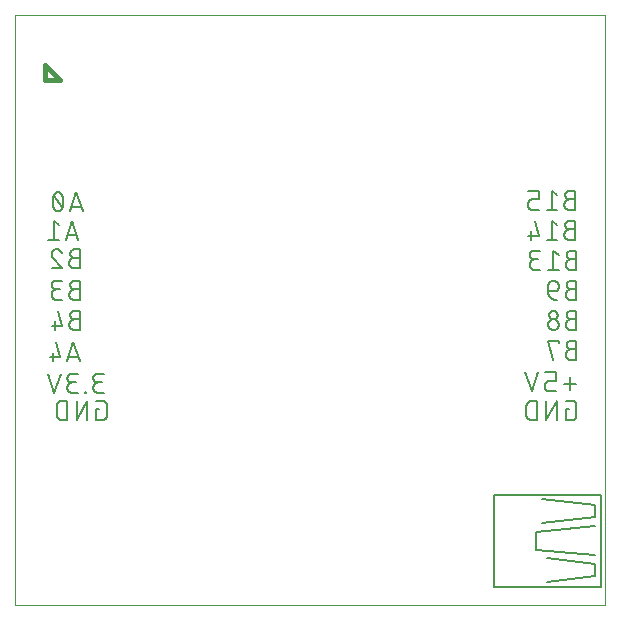
<source format=gbo>
G75*
%MOIN*%
%OFA0B0*%
%FSLAX25Y25*%
%IPPOS*%
%LPD*%
%AMOC8*
5,1,8,0,0,1.08239X$1,22.5*
%
%ADD10C,0.00000*%
%ADD11C,0.01600*%
%ADD12C,0.00600*%
%ADD13C,0.00500*%
D10*
X0005500Y0007548D02*
X0005500Y0204398D01*
X0202350Y0204398D01*
X0202350Y0007548D01*
X0005500Y0007548D01*
D11*
X0015500Y0182548D02*
X0015500Y0187548D01*
X0020500Y0182548D01*
X0015500Y0182548D01*
D12*
X0026067Y0145248D02*
X0023933Y0138848D01*
X0024467Y0140448D02*
X0027667Y0140448D01*
X0028200Y0138848D02*
X0026067Y0145248D01*
X0018135Y0142048D02*
X0018137Y0141907D01*
X0018143Y0141767D01*
X0018152Y0141626D01*
X0018165Y0141486D01*
X0018182Y0141346D01*
X0018202Y0141207D01*
X0018227Y0141069D01*
X0018255Y0140931D01*
X0018286Y0140794D01*
X0018322Y0140657D01*
X0018361Y0140522D01*
X0018403Y0140388D01*
X0018449Y0140255D01*
X0018499Y0140123D01*
X0018552Y0139993D01*
X0018608Y0139864D01*
X0018668Y0139737D01*
X0019913Y0138848D02*
X0019984Y0138850D01*
X0020055Y0138856D01*
X0020125Y0138865D01*
X0020195Y0138879D01*
X0020264Y0138896D01*
X0020331Y0138916D01*
X0020398Y0138941D01*
X0020463Y0138969D01*
X0020527Y0139000D01*
X0020589Y0139035D01*
X0020649Y0139073D01*
X0020707Y0139114D01*
X0020762Y0139158D01*
X0020815Y0139206D01*
X0020865Y0139256D01*
X0020913Y0139308D01*
X0020958Y0139363D01*
X0020999Y0139421D01*
X0021038Y0139481D01*
X0021073Y0139542D01*
X0021105Y0139606D01*
X0021133Y0139671D01*
X0021158Y0139737D01*
X0021335Y0140270D02*
X0018490Y0143826D01*
X0018668Y0144359D02*
X0018693Y0144425D01*
X0018721Y0144490D01*
X0018753Y0144554D01*
X0018788Y0144615D01*
X0018827Y0144675D01*
X0018868Y0144733D01*
X0018913Y0144788D01*
X0018961Y0144840D01*
X0019011Y0144890D01*
X0019064Y0144938D01*
X0019120Y0144982D01*
X0019177Y0145023D01*
X0019237Y0145061D01*
X0019299Y0145096D01*
X0019363Y0145127D01*
X0019428Y0145155D01*
X0019495Y0145180D01*
X0019562Y0145200D01*
X0019631Y0145217D01*
X0019701Y0145231D01*
X0019771Y0145240D01*
X0019842Y0145246D01*
X0019913Y0145248D01*
X0019984Y0145246D01*
X0020055Y0145240D01*
X0020125Y0145231D01*
X0020195Y0145217D01*
X0020264Y0145200D01*
X0020331Y0145180D01*
X0020398Y0145155D01*
X0020463Y0145127D01*
X0020527Y0145096D01*
X0020589Y0145061D01*
X0020649Y0145023D01*
X0020707Y0144982D01*
X0020762Y0144938D01*
X0020815Y0144890D01*
X0020865Y0144840D01*
X0020913Y0144788D01*
X0020958Y0144733D01*
X0020999Y0144675D01*
X0021038Y0144615D01*
X0021073Y0144554D01*
X0021105Y0144490D01*
X0021133Y0144425D01*
X0021158Y0144359D01*
X0018668Y0144359D02*
X0018608Y0144232D01*
X0018552Y0144103D01*
X0018499Y0143973D01*
X0018449Y0143841D01*
X0018403Y0143708D01*
X0018361Y0143574D01*
X0018322Y0143439D01*
X0018286Y0143302D01*
X0018255Y0143165D01*
X0018227Y0143027D01*
X0018202Y0142889D01*
X0018182Y0142750D01*
X0018165Y0142610D01*
X0018152Y0142470D01*
X0018143Y0142329D01*
X0018137Y0142189D01*
X0018135Y0142048D01*
X0021690Y0142048D02*
X0021688Y0142189D01*
X0021682Y0142329D01*
X0021673Y0142470D01*
X0021660Y0142610D01*
X0021643Y0142750D01*
X0021623Y0142889D01*
X0021598Y0143027D01*
X0021570Y0143165D01*
X0021539Y0143302D01*
X0021503Y0143439D01*
X0021464Y0143574D01*
X0021422Y0143708D01*
X0021376Y0143841D01*
X0021326Y0143973D01*
X0021273Y0144103D01*
X0021217Y0144232D01*
X0021157Y0144359D01*
X0018668Y0139737D02*
X0018693Y0139671D01*
X0018721Y0139606D01*
X0018753Y0139542D01*
X0018788Y0139481D01*
X0018827Y0139421D01*
X0018868Y0139363D01*
X0018913Y0139308D01*
X0018961Y0139256D01*
X0019011Y0139206D01*
X0019064Y0139158D01*
X0019120Y0139114D01*
X0019177Y0139073D01*
X0019237Y0139035D01*
X0019299Y0139000D01*
X0019363Y0138969D01*
X0019428Y0138941D01*
X0019495Y0138916D01*
X0019562Y0138896D01*
X0019631Y0138879D01*
X0019701Y0138865D01*
X0019771Y0138856D01*
X0019842Y0138850D01*
X0019913Y0138848D01*
X0018413Y0135748D02*
X0018413Y0129348D01*
X0020190Y0129348D02*
X0016635Y0129348D01*
X0019379Y0126248D02*
X0019300Y0126246D01*
X0019222Y0126240D01*
X0019144Y0126231D01*
X0019067Y0126217D01*
X0018990Y0126200D01*
X0018915Y0126179D01*
X0018840Y0126154D01*
X0018767Y0126126D01*
X0018695Y0126094D01*
X0018625Y0126059D01*
X0018556Y0126020D01*
X0018490Y0125978D01*
X0018426Y0125933D01*
X0018364Y0125885D01*
X0018305Y0125834D01*
X0018248Y0125779D01*
X0018193Y0125722D01*
X0018142Y0125663D01*
X0018094Y0125601D01*
X0018049Y0125537D01*
X0018007Y0125471D01*
X0017968Y0125402D01*
X0017933Y0125332D01*
X0017901Y0125260D01*
X0017873Y0125187D01*
X0017848Y0125112D01*
X0017827Y0125037D01*
X0017810Y0124960D01*
X0017796Y0124883D01*
X0017787Y0124805D01*
X0017781Y0124727D01*
X0017779Y0124648D01*
X0018312Y0123404D02*
X0021334Y0119848D01*
X0017779Y0119848D01*
X0019201Y0115748D02*
X0021334Y0115748D01*
X0019201Y0115748D02*
X0019127Y0115746D01*
X0019052Y0115740D01*
X0018979Y0115730D01*
X0018905Y0115717D01*
X0018833Y0115700D01*
X0018762Y0115678D01*
X0018691Y0115654D01*
X0018623Y0115625D01*
X0018555Y0115593D01*
X0018490Y0115557D01*
X0018427Y0115519D01*
X0018365Y0115476D01*
X0018306Y0115431D01*
X0018249Y0115383D01*
X0018195Y0115332D01*
X0018144Y0115278D01*
X0018096Y0115221D01*
X0018051Y0115162D01*
X0018008Y0115100D01*
X0017970Y0115037D01*
X0017934Y0114972D01*
X0017902Y0114904D01*
X0017873Y0114836D01*
X0017849Y0114765D01*
X0017827Y0114694D01*
X0017810Y0114622D01*
X0017797Y0114548D01*
X0017787Y0114475D01*
X0017781Y0114400D01*
X0017779Y0114326D01*
X0017781Y0114252D01*
X0017787Y0114177D01*
X0017797Y0114104D01*
X0017810Y0114030D01*
X0017827Y0113958D01*
X0017849Y0113887D01*
X0017873Y0113816D01*
X0017902Y0113748D01*
X0017934Y0113680D01*
X0017970Y0113615D01*
X0018008Y0113552D01*
X0018051Y0113490D01*
X0018096Y0113431D01*
X0018144Y0113374D01*
X0018195Y0113320D01*
X0018249Y0113269D01*
X0018306Y0113221D01*
X0018365Y0113176D01*
X0018427Y0113133D01*
X0018490Y0113095D01*
X0018555Y0113059D01*
X0018623Y0113027D01*
X0018691Y0112998D01*
X0018762Y0112974D01*
X0018833Y0112952D01*
X0018905Y0112935D01*
X0018979Y0112922D01*
X0019052Y0112912D01*
X0019127Y0112906D01*
X0019201Y0112904D01*
X0020623Y0112904D01*
X0019556Y0112904D02*
X0019473Y0112902D01*
X0019390Y0112896D01*
X0019307Y0112886D01*
X0019224Y0112873D01*
X0019143Y0112855D01*
X0019062Y0112834D01*
X0018983Y0112809D01*
X0018905Y0112780D01*
X0018828Y0112748D01*
X0018753Y0112712D01*
X0018679Y0112673D01*
X0018608Y0112630D01*
X0018538Y0112584D01*
X0018471Y0112534D01*
X0018406Y0112482D01*
X0018344Y0112427D01*
X0018284Y0112368D01*
X0018227Y0112307D01*
X0018173Y0112244D01*
X0018122Y0112178D01*
X0018075Y0112109D01*
X0018030Y0112039D01*
X0017989Y0111966D01*
X0017952Y0111892D01*
X0017917Y0111816D01*
X0017887Y0111738D01*
X0017860Y0111660D01*
X0017837Y0111579D01*
X0017817Y0111498D01*
X0017802Y0111416D01*
X0017790Y0111334D01*
X0017782Y0111251D01*
X0017778Y0111168D01*
X0017778Y0111084D01*
X0017782Y0111001D01*
X0017790Y0110918D01*
X0017802Y0110836D01*
X0017817Y0110754D01*
X0017837Y0110673D01*
X0017860Y0110592D01*
X0017887Y0110514D01*
X0017917Y0110436D01*
X0017952Y0110360D01*
X0017989Y0110286D01*
X0018030Y0110213D01*
X0018075Y0110143D01*
X0018122Y0110074D01*
X0018173Y0110008D01*
X0018227Y0109945D01*
X0018284Y0109884D01*
X0018344Y0109825D01*
X0018406Y0109770D01*
X0018471Y0109718D01*
X0018538Y0109668D01*
X0018608Y0109622D01*
X0018679Y0109579D01*
X0018753Y0109540D01*
X0018828Y0109504D01*
X0018905Y0109472D01*
X0018983Y0109443D01*
X0019062Y0109418D01*
X0019143Y0109397D01*
X0019224Y0109379D01*
X0019307Y0109366D01*
X0019390Y0109356D01*
X0019473Y0109350D01*
X0019556Y0109348D01*
X0021334Y0109348D01*
X0019912Y0105748D02*
X0021334Y0100770D01*
X0017779Y0100770D01*
X0018845Y0102192D02*
X0018845Y0099348D01*
X0019268Y0095248D02*
X0020690Y0090270D01*
X0017135Y0090270D01*
X0018202Y0091692D02*
X0018202Y0088848D01*
X0016519Y0084748D02*
X0018653Y0078348D01*
X0020786Y0084748D01*
X0024451Y0084748D02*
X0026584Y0084748D01*
X0024451Y0084748D02*
X0024377Y0084746D01*
X0024302Y0084740D01*
X0024229Y0084730D01*
X0024155Y0084717D01*
X0024083Y0084700D01*
X0024012Y0084678D01*
X0023941Y0084654D01*
X0023873Y0084625D01*
X0023805Y0084593D01*
X0023740Y0084557D01*
X0023677Y0084519D01*
X0023615Y0084476D01*
X0023556Y0084431D01*
X0023499Y0084383D01*
X0023445Y0084332D01*
X0023394Y0084278D01*
X0023346Y0084221D01*
X0023301Y0084162D01*
X0023258Y0084100D01*
X0023220Y0084037D01*
X0023184Y0083972D01*
X0023152Y0083904D01*
X0023123Y0083836D01*
X0023099Y0083765D01*
X0023077Y0083694D01*
X0023060Y0083622D01*
X0023047Y0083548D01*
X0023037Y0083475D01*
X0023031Y0083400D01*
X0023029Y0083326D01*
X0023031Y0083252D01*
X0023037Y0083177D01*
X0023047Y0083104D01*
X0023060Y0083030D01*
X0023077Y0082958D01*
X0023099Y0082887D01*
X0023123Y0082816D01*
X0023152Y0082748D01*
X0023184Y0082680D01*
X0023220Y0082615D01*
X0023258Y0082552D01*
X0023301Y0082490D01*
X0023346Y0082431D01*
X0023394Y0082374D01*
X0023445Y0082320D01*
X0023499Y0082269D01*
X0023556Y0082221D01*
X0023615Y0082176D01*
X0023677Y0082133D01*
X0023740Y0082095D01*
X0023805Y0082059D01*
X0023873Y0082027D01*
X0023941Y0081998D01*
X0024012Y0081974D01*
X0024083Y0081952D01*
X0024155Y0081935D01*
X0024229Y0081922D01*
X0024302Y0081912D01*
X0024377Y0081906D01*
X0024451Y0081904D01*
X0025873Y0081904D01*
X0024807Y0081904D02*
X0024724Y0081902D01*
X0024641Y0081896D01*
X0024558Y0081886D01*
X0024475Y0081873D01*
X0024394Y0081855D01*
X0024313Y0081834D01*
X0024234Y0081809D01*
X0024156Y0081780D01*
X0024079Y0081748D01*
X0024004Y0081712D01*
X0023930Y0081673D01*
X0023859Y0081630D01*
X0023789Y0081584D01*
X0023722Y0081534D01*
X0023657Y0081482D01*
X0023595Y0081427D01*
X0023535Y0081368D01*
X0023478Y0081307D01*
X0023424Y0081244D01*
X0023373Y0081178D01*
X0023326Y0081109D01*
X0023281Y0081039D01*
X0023240Y0080966D01*
X0023203Y0080892D01*
X0023168Y0080816D01*
X0023138Y0080738D01*
X0023111Y0080660D01*
X0023088Y0080579D01*
X0023068Y0080498D01*
X0023053Y0080416D01*
X0023041Y0080334D01*
X0023033Y0080251D01*
X0023029Y0080168D01*
X0023029Y0080084D01*
X0023033Y0080001D01*
X0023041Y0079918D01*
X0023053Y0079836D01*
X0023068Y0079754D01*
X0023088Y0079673D01*
X0023111Y0079592D01*
X0023138Y0079514D01*
X0023168Y0079436D01*
X0023203Y0079360D01*
X0023240Y0079286D01*
X0023281Y0079213D01*
X0023326Y0079143D01*
X0023373Y0079074D01*
X0023424Y0079008D01*
X0023478Y0078945D01*
X0023535Y0078884D01*
X0023595Y0078825D01*
X0023657Y0078770D01*
X0023722Y0078718D01*
X0023789Y0078668D01*
X0023859Y0078622D01*
X0023930Y0078579D01*
X0024004Y0078540D01*
X0024079Y0078504D01*
X0024156Y0078472D01*
X0024234Y0078443D01*
X0024313Y0078418D01*
X0024394Y0078397D01*
X0024475Y0078379D01*
X0024558Y0078366D01*
X0024641Y0078356D01*
X0024724Y0078350D01*
X0024807Y0078348D01*
X0026584Y0078348D01*
X0028937Y0078348D02*
X0029292Y0078348D01*
X0029292Y0078704D01*
X0028937Y0078704D01*
X0028937Y0078348D01*
X0029636Y0075748D02*
X0026080Y0069348D01*
X0026080Y0075748D01*
X0023071Y0075748D02*
X0021294Y0075748D01*
X0023071Y0075748D02*
X0023071Y0069348D01*
X0021294Y0069348D01*
X0021212Y0069350D01*
X0021130Y0069356D01*
X0021048Y0069365D01*
X0020967Y0069378D01*
X0020887Y0069395D01*
X0020807Y0069416D01*
X0020729Y0069440D01*
X0020652Y0069468D01*
X0020576Y0069499D01*
X0020501Y0069534D01*
X0020429Y0069573D01*
X0020358Y0069614D01*
X0020289Y0069659D01*
X0020223Y0069707D01*
X0020158Y0069758D01*
X0020096Y0069812D01*
X0020037Y0069869D01*
X0019980Y0069928D01*
X0019926Y0069990D01*
X0019875Y0070055D01*
X0019827Y0070121D01*
X0019782Y0070190D01*
X0019741Y0070261D01*
X0019702Y0070333D01*
X0019667Y0070408D01*
X0019636Y0070484D01*
X0019608Y0070561D01*
X0019584Y0070639D01*
X0019563Y0070719D01*
X0019546Y0070799D01*
X0019533Y0070880D01*
X0019524Y0070962D01*
X0019518Y0071044D01*
X0019516Y0071126D01*
X0019516Y0073970D01*
X0019518Y0074052D01*
X0019524Y0074134D01*
X0019533Y0074216D01*
X0019546Y0074297D01*
X0019563Y0074377D01*
X0019584Y0074457D01*
X0019608Y0074535D01*
X0019636Y0074612D01*
X0019667Y0074688D01*
X0019702Y0074763D01*
X0019741Y0074835D01*
X0019782Y0074906D01*
X0019827Y0074975D01*
X0019875Y0075041D01*
X0019926Y0075106D01*
X0019980Y0075168D01*
X0020037Y0075227D01*
X0020096Y0075284D01*
X0020158Y0075338D01*
X0020223Y0075389D01*
X0020289Y0075437D01*
X0020358Y0075482D01*
X0020429Y0075523D01*
X0020501Y0075562D01*
X0020576Y0075597D01*
X0020652Y0075628D01*
X0020729Y0075656D01*
X0020807Y0075680D01*
X0020887Y0075701D01*
X0020967Y0075718D01*
X0021048Y0075731D01*
X0021130Y0075740D01*
X0021212Y0075746D01*
X0021294Y0075748D01*
X0029636Y0075748D02*
X0029636Y0069348D01*
X0032644Y0069348D02*
X0034778Y0069348D01*
X0034852Y0069350D01*
X0034927Y0069356D01*
X0035000Y0069366D01*
X0035074Y0069379D01*
X0035146Y0069396D01*
X0035217Y0069418D01*
X0035288Y0069442D01*
X0035356Y0069471D01*
X0035424Y0069503D01*
X0035489Y0069539D01*
X0035552Y0069577D01*
X0035614Y0069620D01*
X0035673Y0069665D01*
X0035730Y0069713D01*
X0035784Y0069764D01*
X0035835Y0069818D01*
X0035883Y0069875D01*
X0035928Y0069934D01*
X0035971Y0069996D01*
X0036009Y0070059D01*
X0036045Y0070124D01*
X0036077Y0070192D01*
X0036106Y0070260D01*
X0036130Y0070331D01*
X0036152Y0070402D01*
X0036169Y0070474D01*
X0036182Y0070548D01*
X0036192Y0070621D01*
X0036198Y0070696D01*
X0036200Y0070770D01*
X0036200Y0074326D01*
X0036198Y0074400D01*
X0036192Y0074475D01*
X0036182Y0074548D01*
X0036169Y0074622D01*
X0036152Y0074694D01*
X0036130Y0074765D01*
X0036106Y0074836D01*
X0036077Y0074904D01*
X0036045Y0074972D01*
X0036009Y0075037D01*
X0035971Y0075100D01*
X0035928Y0075162D01*
X0035883Y0075221D01*
X0035835Y0075278D01*
X0035784Y0075332D01*
X0035730Y0075383D01*
X0035673Y0075431D01*
X0035614Y0075476D01*
X0035552Y0075519D01*
X0035489Y0075557D01*
X0035424Y0075593D01*
X0035356Y0075625D01*
X0035288Y0075654D01*
X0035217Y0075678D01*
X0035146Y0075700D01*
X0035074Y0075717D01*
X0035000Y0075730D01*
X0034927Y0075740D01*
X0034852Y0075746D01*
X0034778Y0075748D01*
X0032644Y0075748D01*
X0032644Y0072904D02*
X0032644Y0069348D01*
X0032644Y0072904D02*
X0033711Y0072904D01*
X0033422Y0078348D02*
X0035200Y0078348D01*
X0033422Y0078348D02*
X0033339Y0078350D01*
X0033256Y0078356D01*
X0033173Y0078366D01*
X0033090Y0078379D01*
X0033009Y0078397D01*
X0032928Y0078418D01*
X0032849Y0078443D01*
X0032771Y0078472D01*
X0032694Y0078504D01*
X0032619Y0078540D01*
X0032545Y0078579D01*
X0032474Y0078622D01*
X0032404Y0078668D01*
X0032337Y0078718D01*
X0032272Y0078770D01*
X0032210Y0078825D01*
X0032150Y0078884D01*
X0032093Y0078945D01*
X0032039Y0079008D01*
X0031988Y0079074D01*
X0031941Y0079143D01*
X0031896Y0079213D01*
X0031855Y0079286D01*
X0031818Y0079360D01*
X0031783Y0079436D01*
X0031753Y0079514D01*
X0031726Y0079592D01*
X0031703Y0079673D01*
X0031683Y0079754D01*
X0031668Y0079836D01*
X0031656Y0079918D01*
X0031648Y0080001D01*
X0031644Y0080084D01*
X0031644Y0080168D01*
X0031648Y0080251D01*
X0031656Y0080334D01*
X0031668Y0080416D01*
X0031683Y0080498D01*
X0031703Y0080579D01*
X0031726Y0080660D01*
X0031753Y0080738D01*
X0031783Y0080816D01*
X0031818Y0080892D01*
X0031855Y0080966D01*
X0031896Y0081039D01*
X0031941Y0081109D01*
X0031988Y0081178D01*
X0032039Y0081244D01*
X0032093Y0081307D01*
X0032150Y0081368D01*
X0032210Y0081427D01*
X0032272Y0081482D01*
X0032337Y0081534D01*
X0032404Y0081584D01*
X0032474Y0081630D01*
X0032545Y0081673D01*
X0032619Y0081712D01*
X0032694Y0081748D01*
X0032771Y0081780D01*
X0032849Y0081809D01*
X0032928Y0081834D01*
X0033009Y0081855D01*
X0033090Y0081873D01*
X0033173Y0081886D01*
X0033256Y0081896D01*
X0033339Y0081902D01*
X0033422Y0081904D01*
X0033067Y0081904D02*
X0034489Y0081904D01*
X0033067Y0081904D02*
X0032993Y0081906D01*
X0032918Y0081912D01*
X0032845Y0081922D01*
X0032771Y0081935D01*
X0032699Y0081952D01*
X0032628Y0081974D01*
X0032557Y0081998D01*
X0032489Y0082027D01*
X0032421Y0082059D01*
X0032356Y0082095D01*
X0032293Y0082133D01*
X0032231Y0082176D01*
X0032172Y0082221D01*
X0032115Y0082269D01*
X0032061Y0082320D01*
X0032010Y0082374D01*
X0031962Y0082431D01*
X0031917Y0082490D01*
X0031874Y0082552D01*
X0031836Y0082615D01*
X0031800Y0082680D01*
X0031768Y0082748D01*
X0031739Y0082816D01*
X0031715Y0082887D01*
X0031693Y0082958D01*
X0031676Y0083030D01*
X0031663Y0083104D01*
X0031653Y0083177D01*
X0031647Y0083252D01*
X0031645Y0083326D01*
X0031647Y0083400D01*
X0031653Y0083475D01*
X0031663Y0083548D01*
X0031676Y0083622D01*
X0031693Y0083694D01*
X0031715Y0083765D01*
X0031739Y0083836D01*
X0031768Y0083904D01*
X0031800Y0083972D01*
X0031836Y0084037D01*
X0031874Y0084100D01*
X0031917Y0084162D01*
X0031962Y0084221D01*
X0032010Y0084278D01*
X0032061Y0084332D01*
X0032115Y0084383D01*
X0032172Y0084431D01*
X0032231Y0084476D01*
X0032293Y0084519D01*
X0032356Y0084557D01*
X0032421Y0084593D01*
X0032489Y0084625D01*
X0032557Y0084654D01*
X0032628Y0084678D01*
X0032699Y0084700D01*
X0032771Y0084717D01*
X0032845Y0084730D01*
X0032918Y0084740D01*
X0032993Y0084746D01*
X0033067Y0084748D01*
X0035200Y0084748D01*
X0027200Y0088848D02*
X0025067Y0095248D01*
X0022933Y0088848D01*
X0023467Y0090448D02*
X0026667Y0090448D01*
X0027200Y0099348D02*
X0025422Y0099348D01*
X0025339Y0099350D01*
X0025256Y0099356D01*
X0025173Y0099366D01*
X0025090Y0099379D01*
X0025009Y0099397D01*
X0024928Y0099418D01*
X0024849Y0099443D01*
X0024771Y0099472D01*
X0024694Y0099504D01*
X0024619Y0099540D01*
X0024545Y0099579D01*
X0024474Y0099622D01*
X0024404Y0099668D01*
X0024337Y0099718D01*
X0024272Y0099770D01*
X0024210Y0099825D01*
X0024150Y0099884D01*
X0024093Y0099945D01*
X0024039Y0100008D01*
X0023988Y0100074D01*
X0023941Y0100143D01*
X0023896Y0100213D01*
X0023855Y0100286D01*
X0023818Y0100360D01*
X0023783Y0100436D01*
X0023753Y0100514D01*
X0023726Y0100592D01*
X0023703Y0100673D01*
X0023683Y0100754D01*
X0023668Y0100836D01*
X0023656Y0100918D01*
X0023648Y0101001D01*
X0023644Y0101084D01*
X0023644Y0101168D01*
X0023648Y0101251D01*
X0023656Y0101334D01*
X0023668Y0101416D01*
X0023683Y0101498D01*
X0023703Y0101579D01*
X0023726Y0101660D01*
X0023753Y0101738D01*
X0023783Y0101816D01*
X0023818Y0101892D01*
X0023855Y0101966D01*
X0023896Y0102039D01*
X0023941Y0102109D01*
X0023988Y0102178D01*
X0024039Y0102244D01*
X0024093Y0102307D01*
X0024150Y0102368D01*
X0024210Y0102427D01*
X0024272Y0102482D01*
X0024337Y0102534D01*
X0024404Y0102584D01*
X0024474Y0102630D01*
X0024545Y0102673D01*
X0024619Y0102712D01*
X0024694Y0102748D01*
X0024771Y0102780D01*
X0024849Y0102809D01*
X0024928Y0102834D01*
X0025009Y0102855D01*
X0025090Y0102873D01*
X0025173Y0102886D01*
X0025256Y0102896D01*
X0025339Y0102902D01*
X0025422Y0102904D01*
X0027200Y0102904D01*
X0025422Y0102904D02*
X0025348Y0102906D01*
X0025273Y0102912D01*
X0025200Y0102922D01*
X0025126Y0102935D01*
X0025054Y0102952D01*
X0024983Y0102974D01*
X0024912Y0102998D01*
X0024844Y0103027D01*
X0024776Y0103059D01*
X0024711Y0103095D01*
X0024648Y0103133D01*
X0024586Y0103176D01*
X0024527Y0103221D01*
X0024470Y0103269D01*
X0024416Y0103320D01*
X0024365Y0103374D01*
X0024317Y0103431D01*
X0024272Y0103490D01*
X0024229Y0103552D01*
X0024191Y0103615D01*
X0024155Y0103680D01*
X0024123Y0103748D01*
X0024094Y0103816D01*
X0024070Y0103887D01*
X0024048Y0103958D01*
X0024031Y0104030D01*
X0024018Y0104104D01*
X0024008Y0104177D01*
X0024002Y0104252D01*
X0024000Y0104326D01*
X0024002Y0104400D01*
X0024008Y0104475D01*
X0024018Y0104548D01*
X0024031Y0104622D01*
X0024048Y0104694D01*
X0024070Y0104765D01*
X0024094Y0104836D01*
X0024123Y0104904D01*
X0024155Y0104972D01*
X0024191Y0105037D01*
X0024229Y0105100D01*
X0024272Y0105162D01*
X0024317Y0105221D01*
X0024365Y0105278D01*
X0024416Y0105332D01*
X0024470Y0105383D01*
X0024527Y0105431D01*
X0024586Y0105476D01*
X0024648Y0105519D01*
X0024711Y0105557D01*
X0024776Y0105593D01*
X0024844Y0105625D01*
X0024912Y0105654D01*
X0024983Y0105678D01*
X0025054Y0105700D01*
X0025126Y0105717D01*
X0025200Y0105730D01*
X0025273Y0105740D01*
X0025348Y0105746D01*
X0025422Y0105748D01*
X0027200Y0105748D01*
X0027200Y0099348D01*
X0027200Y0109348D02*
X0025422Y0109348D01*
X0025339Y0109350D01*
X0025256Y0109356D01*
X0025173Y0109366D01*
X0025090Y0109379D01*
X0025009Y0109397D01*
X0024928Y0109418D01*
X0024849Y0109443D01*
X0024771Y0109472D01*
X0024694Y0109504D01*
X0024619Y0109540D01*
X0024545Y0109579D01*
X0024474Y0109622D01*
X0024404Y0109668D01*
X0024337Y0109718D01*
X0024272Y0109770D01*
X0024210Y0109825D01*
X0024150Y0109884D01*
X0024093Y0109945D01*
X0024039Y0110008D01*
X0023988Y0110074D01*
X0023941Y0110143D01*
X0023896Y0110213D01*
X0023855Y0110286D01*
X0023818Y0110360D01*
X0023783Y0110436D01*
X0023753Y0110514D01*
X0023726Y0110592D01*
X0023703Y0110673D01*
X0023683Y0110754D01*
X0023668Y0110836D01*
X0023656Y0110918D01*
X0023648Y0111001D01*
X0023644Y0111084D01*
X0023644Y0111168D01*
X0023648Y0111251D01*
X0023656Y0111334D01*
X0023668Y0111416D01*
X0023683Y0111498D01*
X0023703Y0111579D01*
X0023726Y0111660D01*
X0023753Y0111738D01*
X0023783Y0111816D01*
X0023818Y0111892D01*
X0023855Y0111966D01*
X0023896Y0112039D01*
X0023941Y0112109D01*
X0023988Y0112178D01*
X0024039Y0112244D01*
X0024093Y0112307D01*
X0024150Y0112368D01*
X0024210Y0112427D01*
X0024272Y0112482D01*
X0024337Y0112534D01*
X0024404Y0112584D01*
X0024474Y0112630D01*
X0024545Y0112673D01*
X0024619Y0112712D01*
X0024694Y0112748D01*
X0024771Y0112780D01*
X0024849Y0112809D01*
X0024928Y0112834D01*
X0025009Y0112855D01*
X0025090Y0112873D01*
X0025173Y0112886D01*
X0025256Y0112896D01*
X0025339Y0112902D01*
X0025422Y0112904D01*
X0027200Y0112904D01*
X0025422Y0112904D02*
X0025348Y0112906D01*
X0025273Y0112912D01*
X0025200Y0112922D01*
X0025126Y0112935D01*
X0025054Y0112952D01*
X0024983Y0112974D01*
X0024912Y0112998D01*
X0024844Y0113027D01*
X0024776Y0113059D01*
X0024711Y0113095D01*
X0024648Y0113133D01*
X0024586Y0113176D01*
X0024527Y0113221D01*
X0024470Y0113269D01*
X0024416Y0113320D01*
X0024365Y0113374D01*
X0024317Y0113431D01*
X0024272Y0113490D01*
X0024229Y0113552D01*
X0024191Y0113615D01*
X0024155Y0113680D01*
X0024123Y0113748D01*
X0024094Y0113816D01*
X0024070Y0113887D01*
X0024048Y0113958D01*
X0024031Y0114030D01*
X0024018Y0114104D01*
X0024008Y0114177D01*
X0024002Y0114252D01*
X0024000Y0114326D01*
X0024002Y0114400D01*
X0024008Y0114475D01*
X0024018Y0114548D01*
X0024031Y0114622D01*
X0024048Y0114694D01*
X0024070Y0114765D01*
X0024094Y0114836D01*
X0024123Y0114904D01*
X0024155Y0114972D01*
X0024191Y0115037D01*
X0024229Y0115100D01*
X0024272Y0115162D01*
X0024317Y0115221D01*
X0024365Y0115278D01*
X0024416Y0115332D01*
X0024470Y0115383D01*
X0024527Y0115431D01*
X0024586Y0115476D01*
X0024648Y0115519D01*
X0024711Y0115557D01*
X0024776Y0115593D01*
X0024844Y0115625D01*
X0024912Y0115654D01*
X0024983Y0115678D01*
X0025054Y0115700D01*
X0025126Y0115717D01*
X0025200Y0115730D01*
X0025273Y0115740D01*
X0025348Y0115746D01*
X0025422Y0115748D01*
X0027200Y0115748D01*
X0027200Y0109348D01*
X0027200Y0119848D02*
X0025422Y0119848D01*
X0025339Y0119850D01*
X0025256Y0119856D01*
X0025173Y0119866D01*
X0025090Y0119879D01*
X0025009Y0119897D01*
X0024928Y0119918D01*
X0024849Y0119943D01*
X0024771Y0119972D01*
X0024694Y0120004D01*
X0024619Y0120040D01*
X0024545Y0120079D01*
X0024474Y0120122D01*
X0024404Y0120168D01*
X0024337Y0120218D01*
X0024272Y0120270D01*
X0024210Y0120325D01*
X0024150Y0120384D01*
X0024093Y0120445D01*
X0024039Y0120508D01*
X0023988Y0120574D01*
X0023941Y0120643D01*
X0023896Y0120713D01*
X0023855Y0120786D01*
X0023818Y0120860D01*
X0023783Y0120936D01*
X0023753Y0121014D01*
X0023726Y0121092D01*
X0023703Y0121173D01*
X0023683Y0121254D01*
X0023668Y0121336D01*
X0023656Y0121418D01*
X0023648Y0121501D01*
X0023644Y0121584D01*
X0023644Y0121668D01*
X0023648Y0121751D01*
X0023656Y0121834D01*
X0023668Y0121916D01*
X0023683Y0121998D01*
X0023703Y0122079D01*
X0023726Y0122160D01*
X0023753Y0122238D01*
X0023783Y0122316D01*
X0023818Y0122392D01*
X0023855Y0122466D01*
X0023896Y0122539D01*
X0023941Y0122609D01*
X0023988Y0122678D01*
X0024039Y0122744D01*
X0024093Y0122807D01*
X0024150Y0122868D01*
X0024210Y0122927D01*
X0024272Y0122982D01*
X0024337Y0123034D01*
X0024404Y0123084D01*
X0024474Y0123130D01*
X0024545Y0123173D01*
X0024619Y0123212D01*
X0024694Y0123248D01*
X0024771Y0123280D01*
X0024849Y0123309D01*
X0024928Y0123334D01*
X0025009Y0123355D01*
X0025090Y0123373D01*
X0025173Y0123386D01*
X0025256Y0123396D01*
X0025339Y0123402D01*
X0025422Y0123404D01*
X0027200Y0123404D01*
X0025422Y0123404D02*
X0025348Y0123406D01*
X0025273Y0123412D01*
X0025200Y0123422D01*
X0025126Y0123435D01*
X0025054Y0123452D01*
X0024983Y0123474D01*
X0024912Y0123498D01*
X0024844Y0123527D01*
X0024776Y0123559D01*
X0024711Y0123595D01*
X0024648Y0123633D01*
X0024586Y0123676D01*
X0024527Y0123721D01*
X0024470Y0123769D01*
X0024416Y0123820D01*
X0024365Y0123874D01*
X0024317Y0123931D01*
X0024272Y0123990D01*
X0024229Y0124052D01*
X0024191Y0124115D01*
X0024155Y0124180D01*
X0024123Y0124248D01*
X0024094Y0124316D01*
X0024070Y0124387D01*
X0024048Y0124458D01*
X0024031Y0124530D01*
X0024018Y0124604D01*
X0024008Y0124677D01*
X0024002Y0124752D01*
X0024000Y0124826D01*
X0024002Y0124900D01*
X0024008Y0124975D01*
X0024018Y0125048D01*
X0024031Y0125122D01*
X0024048Y0125194D01*
X0024070Y0125265D01*
X0024094Y0125336D01*
X0024123Y0125404D01*
X0024155Y0125472D01*
X0024191Y0125537D01*
X0024229Y0125600D01*
X0024272Y0125662D01*
X0024317Y0125721D01*
X0024365Y0125778D01*
X0024416Y0125832D01*
X0024470Y0125883D01*
X0024527Y0125931D01*
X0024586Y0125976D01*
X0024648Y0126019D01*
X0024711Y0126057D01*
X0024776Y0126093D01*
X0024844Y0126125D01*
X0024912Y0126154D01*
X0024983Y0126178D01*
X0025054Y0126200D01*
X0025126Y0126217D01*
X0025200Y0126230D01*
X0025273Y0126240D01*
X0025348Y0126246D01*
X0025422Y0126248D01*
X0027200Y0126248D01*
X0027200Y0119848D01*
X0021335Y0124825D02*
X0021306Y0124910D01*
X0021273Y0124992D01*
X0021236Y0125074D01*
X0021196Y0125154D01*
X0021153Y0125231D01*
X0021106Y0125307D01*
X0021056Y0125381D01*
X0021003Y0125453D01*
X0020947Y0125522D01*
X0020888Y0125589D01*
X0020826Y0125653D01*
X0020761Y0125714D01*
X0020694Y0125773D01*
X0020624Y0125828D01*
X0020552Y0125881D01*
X0020478Y0125930D01*
X0020401Y0125976D01*
X0020323Y0126018D01*
X0020243Y0126058D01*
X0020161Y0126093D01*
X0020078Y0126126D01*
X0019994Y0126154D01*
X0019908Y0126179D01*
X0019821Y0126200D01*
X0019734Y0126217D01*
X0019646Y0126231D01*
X0019557Y0126240D01*
X0019468Y0126246D01*
X0019379Y0126248D01*
X0017778Y0124648D02*
X0017780Y0124566D01*
X0017786Y0124484D01*
X0017796Y0124403D01*
X0017809Y0124322D01*
X0017827Y0124242D01*
X0017848Y0124163D01*
X0017873Y0124085D01*
X0017901Y0124009D01*
X0017934Y0123933D01*
X0017969Y0123860D01*
X0018009Y0123788D01*
X0018051Y0123718D01*
X0018097Y0123650D01*
X0018146Y0123585D01*
X0018198Y0123522D01*
X0018254Y0123461D01*
X0018311Y0123403D01*
X0022433Y0129348D02*
X0024567Y0135748D01*
X0026700Y0129348D01*
X0026167Y0130948D02*
X0022967Y0130948D01*
X0020190Y0134326D02*
X0018413Y0135748D01*
X0021157Y0139737D02*
X0021217Y0139864D01*
X0021273Y0139993D01*
X0021326Y0140123D01*
X0021376Y0140255D01*
X0021422Y0140388D01*
X0021464Y0140522D01*
X0021503Y0140657D01*
X0021539Y0140794D01*
X0021570Y0140931D01*
X0021598Y0141069D01*
X0021623Y0141207D01*
X0021643Y0141346D01*
X0021660Y0141486D01*
X0021673Y0141626D01*
X0021682Y0141767D01*
X0021688Y0141907D01*
X0021690Y0142048D01*
X0176625Y0141481D02*
X0176625Y0140770D01*
X0176627Y0140696D01*
X0176633Y0140621D01*
X0176643Y0140548D01*
X0176656Y0140474D01*
X0176673Y0140402D01*
X0176695Y0140331D01*
X0176719Y0140260D01*
X0176748Y0140192D01*
X0176780Y0140124D01*
X0176816Y0140059D01*
X0176854Y0139996D01*
X0176897Y0139934D01*
X0176942Y0139875D01*
X0176990Y0139818D01*
X0177041Y0139764D01*
X0177095Y0139713D01*
X0177152Y0139665D01*
X0177211Y0139620D01*
X0177273Y0139577D01*
X0177336Y0139539D01*
X0177401Y0139503D01*
X0177469Y0139471D01*
X0177537Y0139442D01*
X0177608Y0139418D01*
X0177679Y0139396D01*
X0177751Y0139379D01*
X0177825Y0139366D01*
X0177898Y0139356D01*
X0177973Y0139350D01*
X0178047Y0139348D01*
X0180180Y0139348D01*
X0182779Y0139348D02*
X0186334Y0139348D01*
X0184556Y0139348D02*
X0184556Y0145748D01*
X0186334Y0144326D01*
X0190422Y0145748D02*
X0190348Y0145746D01*
X0190273Y0145740D01*
X0190200Y0145730D01*
X0190126Y0145717D01*
X0190054Y0145700D01*
X0189983Y0145678D01*
X0189912Y0145654D01*
X0189844Y0145625D01*
X0189776Y0145593D01*
X0189711Y0145557D01*
X0189648Y0145519D01*
X0189586Y0145476D01*
X0189527Y0145431D01*
X0189470Y0145383D01*
X0189416Y0145332D01*
X0189365Y0145278D01*
X0189317Y0145221D01*
X0189272Y0145162D01*
X0189229Y0145100D01*
X0189191Y0145037D01*
X0189155Y0144972D01*
X0189123Y0144904D01*
X0189094Y0144836D01*
X0189070Y0144765D01*
X0189048Y0144694D01*
X0189031Y0144622D01*
X0189018Y0144548D01*
X0189008Y0144475D01*
X0189002Y0144400D01*
X0189000Y0144326D01*
X0189002Y0144252D01*
X0189008Y0144177D01*
X0189018Y0144104D01*
X0189031Y0144030D01*
X0189048Y0143958D01*
X0189070Y0143887D01*
X0189094Y0143816D01*
X0189123Y0143748D01*
X0189155Y0143680D01*
X0189191Y0143615D01*
X0189229Y0143552D01*
X0189272Y0143490D01*
X0189317Y0143431D01*
X0189365Y0143374D01*
X0189416Y0143320D01*
X0189470Y0143269D01*
X0189527Y0143221D01*
X0189586Y0143176D01*
X0189648Y0143133D01*
X0189711Y0143095D01*
X0189776Y0143059D01*
X0189844Y0143027D01*
X0189912Y0142998D01*
X0189983Y0142974D01*
X0190054Y0142952D01*
X0190126Y0142935D01*
X0190200Y0142922D01*
X0190273Y0142912D01*
X0190348Y0142906D01*
X0190422Y0142904D01*
X0192200Y0142904D01*
X0190422Y0142904D02*
X0190339Y0142902D01*
X0190256Y0142896D01*
X0190173Y0142886D01*
X0190090Y0142873D01*
X0190009Y0142855D01*
X0189928Y0142834D01*
X0189849Y0142809D01*
X0189771Y0142780D01*
X0189694Y0142748D01*
X0189619Y0142712D01*
X0189545Y0142673D01*
X0189474Y0142630D01*
X0189404Y0142584D01*
X0189337Y0142534D01*
X0189272Y0142482D01*
X0189210Y0142427D01*
X0189150Y0142368D01*
X0189093Y0142307D01*
X0189039Y0142244D01*
X0188988Y0142178D01*
X0188941Y0142109D01*
X0188896Y0142039D01*
X0188855Y0141966D01*
X0188818Y0141892D01*
X0188783Y0141816D01*
X0188753Y0141738D01*
X0188726Y0141660D01*
X0188703Y0141579D01*
X0188683Y0141498D01*
X0188668Y0141416D01*
X0188656Y0141334D01*
X0188648Y0141251D01*
X0188644Y0141168D01*
X0188644Y0141084D01*
X0188648Y0141001D01*
X0188656Y0140918D01*
X0188668Y0140836D01*
X0188683Y0140754D01*
X0188703Y0140673D01*
X0188726Y0140592D01*
X0188753Y0140514D01*
X0188783Y0140436D01*
X0188818Y0140360D01*
X0188855Y0140286D01*
X0188896Y0140213D01*
X0188941Y0140143D01*
X0188988Y0140074D01*
X0189039Y0140008D01*
X0189093Y0139945D01*
X0189150Y0139884D01*
X0189210Y0139825D01*
X0189272Y0139770D01*
X0189337Y0139718D01*
X0189404Y0139668D01*
X0189474Y0139622D01*
X0189545Y0139579D01*
X0189619Y0139540D01*
X0189694Y0139504D01*
X0189771Y0139472D01*
X0189849Y0139443D01*
X0189928Y0139418D01*
X0190009Y0139397D01*
X0190090Y0139379D01*
X0190173Y0139366D01*
X0190256Y0139356D01*
X0190339Y0139350D01*
X0190422Y0139348D01*
X0192200Y0139348D01*
X0192200Y0145748D01*
X0190422Y0145748D01*
X0190422Y0135748D02*
X0192200Y0135748D01*
X0192200Y0129348D01*
X0190422Y0129348D01*
X0190339Y0129350D01*
X0190256Y0129356D01*
X0190173Y0129366D01*
X0190090Y0129379D01*
X0190009Y0129397D01*
X0189928Y0129418D01*
X0189849Y0129443D01*
X0189771Y0129472D01*
X0189694Y0129504D01*
X0189619Y0129540D01*
X0189545Y0129579D01*
X0189474Y0129622D01*
X0189404Y0129668D01*
X0189337Y0129718D01*
X0189272Y0129770D01*
X0189210Y0129825D01*
X0189150Y0129884D01*
X0189093Y0129945D01*
X0189039Y0130008D01*
X0188988Y0130074D01*
X0188941Y0130143D01*
X0188896Y0130213D01*
X0188855Y0130286D01*
X0188818Y0130360D01*
X0188783Y0130436D01*
X0188753Y0130514D01*
X0188726Y0130592D01*
X0188703Y0130673D01*
X0188683Y0130754D01*
X0188668Y0130836D01*
X0188656Y0130918D01*
X0188648Y0131001D01*
X0188644Y0131084D01*
X0188644Y0131168D01*
X0188648Y0131251D01*
X0188656Y0131334D01*
X0188668Y0131416D01*
X0188683Y0131498D01*
X0188703Y0131579D01*
X0188726Y0131660D01*
X0188753Y0131738D01*
X0188783Y0131816D01*
X0188818Y0131892D01*
X0188855Y0131966D01*
X0188896Y0132039D01*
X0188941Y0132109D01*
X0188988Y0132178D01*
X0189039Y0132244D01*
X0189093Y0132307D01*
X0189150Y0132368D01*
X0189210Y0132427D01*
X0189272Y0132482D01*
X0189337Y0132534D01*
X0189404Y0132584D01*
X0189474Y0132630D01*
X0189545Y0132673D01*
X0189619Y0132712D01*
X0189694Y0132748D01*
X0189771Y0132780D01*
X0189849Y0132809D01*
X0189928Y0132834D01*
X0190009Y0132855D01*
X0190090Y0132873D01*
X0190173Y0132886D01*
X0190256Y0132896D01*
X0190339Y0132902D01*
X0190422Y0132904D01*
X0192200Y0132904D01*
X0190422Y0132904D02*
X0190348Y0132906D01*
X0190273Y0132912D01*
X0190200Y0132922D01*
X0190126Y0132935D01*
X0190054Y0132952D01*
X0189983Y0132974D01*
X0189912Y0132998D01*
X0189844Y0133027D01*
X0189776Y0133059D01*
X0189711Y0133095D01*
X0189648Y0133133D01*
X0189586Y0133176D01*
X0189527Y0133221D01*
X0189470Y0133269D01*
X0189416Y0133320D01*
X0189365Y0133374D01*
X0189317Y0133431D01*
X0189272Y0133490D01*
X0189229Y0133552D01*
X0189191Y0133615D01*
X0189155Y0133680D01*
X0189123Y0133748D01*
X0189094Y0133816D01*
X0189070Y0133887D01*
X0189048Y0133958D01*
X0189031Y0134030D01*
X0189018Y0134104D01*
X0189008Y0134177D01*
X0189002Y0134252D01*
X0189000Y0134326D01*
X0189002Y0134400D01*
X0189008Y0134475D01*
X0189018Y0134548D01*
X0189031Y0134622D01*
X0189048Y0134694D01*
X0189070Y0134765D01*
X0189094Y0134836D01*
X0189123Y0134904D01*
X0189155Y0134972D01*
X0189191Y0135037D01*
X0189229Y0135100D01*
X0189272Y0135162D01*
X0189317Y0135221D01*
X0189365Y0135278D01*
X0189416Y0135332D01*
X0189470Y0135383D01*
X0189527Y0135431D01*
X0189586Y0135476D01*
X0189648Y0135519D01*
X0189711Y0135557D01*
X0189776Y0135593D01*
X0189844Y0135625D01*
X0189912Y0135654D01*
X0189983Y0135678D01*
X0190054Y0135700D01*
X0190126Y0135717D01*
X0190200Y0135730D01*
X0190273Y0135740D01*
X0190348Y0135746D01*
X0190422Y0135748D01*
X0186334Y0134326D02*
X0184556Y0135748D01*
X0184556Y0129348D01*
X0182779Y0129348D02*
X0186334Y0129348D01*
X0185056Y0125748D02*
X0185056Y0119348D01*
X0183279Y0119348D02*
X0186834Y0119348D01*
X0190922Y0119348D02*
X0192700Y0119348D01*
X0192700Y0125748D01*
X0190922Y0125748D01*
X0190848Y0125746D01*
X0190773Y0125740D01*
X0190700Y0125730D01*
X0190626Y0125717D01*
X0190554Y0125700D01*
X0190483Y0125678D01*
X0190412Y0125654D01*
X0190344Y0125625D01*
X0190276Y0125593D01*
X0190211Y0125557D01*
X0190148Y0125519D01*
X0190086Y0125476D01*
X0190027Y0125431D01*
X0189970Y0125383D01*
X0189916Y0125332D01*
X0189865Y0125278D01*
X0189817Y0125221D01*
X0189772Y0125162D01*
X0189729Y0125100D01*
X0189691Y0125037D01*
X0189655Y0124972D01*
X0189623Y0124904D01*
X0189594Y0124836D01*
X0189570Y0124765D01*
X0189548Y0124694D01*
X0189531Y0124622D01*
X0189518Y0124548D01*
X0189508Y0124475D01*
X0189502Y0124400D01*
X0189500Y0124326D01*
X0189502Y0124252D01*
X0189508Y0124177D01*
X0189518Y0124104D01*
X0189531Y0124030D01*
X0189548Y0123958D01*
X0189570Y0123887D01*
X0189594Y0123816D01*
X0189623Y0123748D01*
X0189655Y0123680D01*
X0189691Y0123615D01*
X0189729Y0123552D01*
X0189772Y0123490D01*
X0189817Y0123431D01*
X0189865Y0123374D01*
X0189916Y0123320D01*
X0189970Y0123269D01*
X0190027Y0123221D01*
X0190086Y0123176D01*
X0190148Y0123133D01*
X0190211Y0123095D01*
X0190276Y0123059D01*
X0190344Y0123027D01*
X0190412Y0122998D01*
X0190483Y0122974D01*
X0190554Y0122952D01*
X0190626Y0122935D01*
X0190700Y0122922D01*
X0190773Y0122912D01*
X0190848Y0122906D01*
X0190922Y0122904D01*
X0192700Y0122904D01*
X0190922Y0122904D02*
X0190839Y0122902D01*
X0190756Y0122896D01*
X0190673Y0122886D01*
X0190590Y0122873D01*
X0190509Y0122855D01*
X0190428Y0122834D01*
X0190349Y0122809D01*
X0190271Y0122780D01*
X0190194Y0122748D01*
X0190119Y0122712D01*
X0190045Y0122673D01*
X0189974Y0122630D01*
X0189904Y0122584D01*
X0189837Y0122534D01*
X0189772Y0122482D01*
X0189710Y0122427D01*
X0189650Y0122368D01*
X0189593Y0122307D01*
X0189539Y0122244D01*
X0189488Y0122178D01*
X0189441Y0122109D01*
X0189396Y0122039D01*
X0189355Y0121966D01*
X0189318Y0121892D01*
X0189283Y0121816D01*
X0189253Y0121738D01*
X0189226Y0121660D01*
X0189203Y0121579D01*
X0189183Y0121498D01*
X0189168Y0121416D01*
X0189156Y0121334D01*
X0189148Y0121251D01*
X0189144Y0121168D01*
X0189144Y0121084D01*
X0189148Y0121001D01*
X0189156Y0120918D01*
X0189168Y0120836D01*
X0189183Y0120754D01*
X0189203Y0120673D01*
X0189226Y0120592D01*
X0189253Y0120514D01*
X0189283Y0120436D01*
X0189318Y0120360D01*
X0189355Y0120286D01*
X0189396Y0120213D01*
X0189441Y0120143D01*
X0189488Y0120074D01*
X0189539Y0120008D01*
X0189593Y0119945D01*
X0189650Y0119884D01*
X0189710Y0119825D01*
X0189772Y0119770D01*
X0189837Y0119718D01*
X0189904Y0119668D01*
X0189974Y0119622D01*
X0190045Y0119579D01*
X0190119Y0119540D01*
X0190194Y0119504D01*
X0190271Y0119472D01*
X0190349Y0119443D01*
X0190428Y0119418D01*
X0190509Y0119397D01*
X0190590Y0119379D01*
X0190673Y0119366D01*
X0190756Y0119356D01*
X0190839Y0119350D01*
X0190922Y0119348D01*
X0190922Y0115748D02*
X0192700Y0115748D01*
X0192700Y0109348D01*
X0190922Y0109348D01*
X0190839Y0109350D01*
X0190756Y0109356D01*
X0190673Y0109366D01*
X0190590Y0109379D01*
X0190509Y0109397D01*
X0190428Y0109418D01*
X0190349Y0109443D01*
X0190271Y0109472D01*
X0190194Y0109504D01*
X0190119Y0109540D01*
X0190045Y0109579D01*
X0189974Y0109622D01*
X0189904Y0109668D01*
X0189837Y0109718D01*
X0189772Y0109770D01*
X0189710Y0109825D01*
X0189650Y0109884D01*
X0189593Y0109945D01*
X0189539Y0110008D01*
X0189488Y0110074D01*
X0189441Y0110143D01*
X0189396Y0110213D01*
X0189355Y0110286D01*
X0189318Y0110360D01*
X0189283Y0110436D01*
X0189253Y0110514D01*
X0189226Y0110592D01*
X0189203Y0110673D01*
X0189183Y0110754D01*
X0189168Y0110836D01*
X0189156Y0110918D01*
X0189148Y0111001D01*
X0189144Y0111084D01*
X0189144Y0111168D01*
X0189148Y0111251D01*
X0189156Y0111334D01*
X0189168Y0111416D01*
X0189183Y0111498D01*
X0189203Y0111579D01*
X0189226Y0111660D01*
X0189253Y0111738D01*
X0189283Y0111816D01*
X0189318Y0111892D01*
X0189355Y0111966D01*
X0189396Y0112039D01*
X0189441Y0112109D01*
X0189488Y0112178D01*
X0189539Y0112244D01*
X0189593Y0112307D01*
X0189650Y0112368D01*
X0189710Y0112427D01*
X0189772Y0112482D01*
X0189837Y0112534D01*
X0189904Y0112584D01*
X0189974Y0112630D01*
X0190045Y0112673D01*
X0190119Y0112712D01*
X0190194Y0112748D01*
X0190271Y0112780D01*
X0190349Y0112809D01*
X0190428Y0112834D01*
X0190509Y0112855D01*
X0190590Y0112873D01*
X0190673Y0112886D01*
X0190756Y0112896D01*
X0190839Y0112902D01*
X0190922Y0112904D01*
X0192700Y0112904D01*
X0190922Y0112904D02*
X0190848Y0112906D01*
X0190773Y0112912D01*
X0190700Y0112922D01*
X0190626Y0112935D01*
X0190554Y0112952D01*
X0190483Y0112974D01*
X0190412Y0112998D01*
X0190344Y0113027D01*
X0190276Y0113059D01*
X0190211Y0113095D01*
X0190148Y0113133D01*
X0190086Y0113176D01*
X0190027Y0113221D01*
X0189970Y0113269D01*
X0189916Y0113320D01*
X0189865Y0113374D01*
X0189817Y0113431D01*
X0189772Y0113490D01*
X0189729Y0113552D01*
X0189691Y0113615D01*
X0189655Y0113680D01*
X0189623Y0113748D01*
X0189594Y0113816D01*
X0189570Y0113887D01*
X0189548Y0113958D01*
X0189531Y0114030D01*
X0189518Y0114104D01*
X0189508Y0114177D01*
X0189502Y0114252D01*
X0189500Y0114326D01*
X0189502Y0114400D01*
X0189508Y0114475D01*
X0189518Y0114548D01*
X0189531Y0114622D01*
X0189548Y0114694D01*
X0189570Y0114765D01*
X0189594Y0114836D01*
X0189623Y0114904D01*
X0189655Y0114972D01*
X0189691Y0115037D01*
X0189729Y0115100D01*
X0189772Y0115162D01*
X0189817Y0115221D01*
X0189865Y0115278D01*
X0189916Y0115332D01*
X0189970Y0115383D01*
X0190027Y0115431D01*
X0190086Y0115476D01*
X0190148Y0115519D01*
X0190211Y0115557D01*
X0190276Y0115593D01*
X0190344Y0115625D01*
X0190412Y0115654D01*
X0190483Y0115678D01*
X0190554Y0115700D01*
X0190626Y0115717D01*
X0190700Y0115730D01*
X0190773Y0115740D01*
X0190848Y0115746D01*
X0190922Y0115748D01*
X0186834Y0113970D02*
X0186834Y0113615D01*
X0186832Y0113541D01*
X0186826Y0113466D01*
X0186816Y0113393D01*
X0186803Y0113319D01*
X0186786Y0113247D01*
X0186764Y0113176D01*
X0186740Y0113105D01*
X0186711Y0113037D01*
X0186679Y0112969D01*
X0186643Y0112904D01*
X0186605Y0112841D01*
X0186562Y0112779D01*
X0186517Y0112720D01*
X0186469Y0112663D01*
X0186418Y0112609D01*
X0186364Y0112558D01*
X0186307Y0112510D01*
X0186248Y0112465D01*
X0186186Y0112422D01*
X0186123Y0112384D01*
X0186058Y0112348D01*
X0185990Y0112316D01*
X0185922Y0112287D01*
X0185851Y0112263D01*
X0185780Y0112241D01*
X0185708Y0112224D01*
X0185634Y0112211D01*
X0185561Y0112201D01*
X0185486Y0112195D01*
X0185412Y0112193D01*
X0185412Y0112192D02*
X0183279Y0112192D01*
X0183279Y0113970D01*
X0183278Y0113970D02*
X0183280Y0114053D01*
X0183286Y0114136D01*
X0183296Y0114219D01*
X0183309Y0114302D01*
X0183327Y0114383D01*
X0183348Y0114464D01*
X0183373Y0114543D01*
X0183402Y0114621D01*
X0183434Y0114698D01*
X0183470Y0114773D01*
X0183509Y0114847D01*
X0183552Y0114918D01*
X0183598Y0114988D01*
X0183648Y0115055D01*
X0183700Y0115120D01*
X0183755Y0115182D01*
X0183814Y0115242D01*
X0183875Y0115299D01*
X0183938Y0115353D01*
X0184004Y0115404D01*
X0184073Y0115451D01*
X0184143Y0115496D01*
X0184216Y0115537D01*
X0184290Y0115574D01*
X0184366Y0115609D01*
X0184444Y0115639D01*
X0184522Y0115666D01*
X0184603Y0115689D01*
X0184684Y0115709D01*
X0184766Y0115724D01*
X0184848Y0115736D01*
X0184931Y0115744D01*
X0185014Y0115748D01*
X0185098Y0115748D01*
X0185181Y0115744D01*
X0185264Y0115736D01*
X0185346Y0115724D01*
X0185428Y0115709D01*
X0185509Y0115689D01*
X0185590Y0115666D01*
X0185668Y0115639D01*
X0185746Y0115609D01*
X0185822Y0115574D01*
X0185896Y0115537D01*
X0185969Y0115496D01*
X0186039Y0115451D01*
X0186108Y0115404D01*
X0186174Y0115353D01*
X0186237Y0115299D01*
X0186298Y0115242D01*
X0186357Y0115182D01*
X0186412Y0115120D01*
X0186464Y0115055D01*
X0186514Y0114988D01*
X0186560Y0114918D01*
X0186603Y0114847D01*
X0186642Y0114773D01*
X0186678Y0114698D01*
X0186710Y0114621D01*
X0186739Y0114543D01*
X0186764Y0114464D01*
X0186785Y0114383D01*
X0186803Y0114302D01*
X0186816Y0114219D01*
X0186826Y0114136D01*
X0186832Y0114053D01*
X0186834Y0113970D01*
X0183279Y0112192D02*
X0183281Y0112088D01*
X0183287Y0111984D01*
X0183296Y0111881D01*
X0183309Y0111778D01*
X0183326Y0111675D01*
X0183347Y0111574D01*
X0183371Y0111473D01*
X0183400Y0111373D01*
X0183431Y0111274D01*
X0183467Y0111176D01*
X0183506Y0111080D01*
X0183548Y0110985D01*
X0183594Y0110892D01*
X0183643Y0110800D01*
X0183695Y0110710D01*
X0183751Y0110623D01*
X0183810Y0110537D01*
X0183872Y0110454D01*
X0183937Y0110373D01*
X0184005Y0110294D01*
X0184076Y0110218D01*
X0184149Y0110145D01*
X0184225Y0110074D01*
X0184304Y0110006D01*
X0184385Y0109941D01*
X0184468Y0109879D01*
X0184554Y0109820D01*
X0184641Y0109764D01*
X0184731Y0109712D01*
X0184823Y0109663D01*
X0184916Y0109617D01*
X0185011Y0109575D01*
X0185107Y0109536D01*
X0185205Y0109500D01*
X0185304Y0109469D01*
X0185404Y0109440D01*
X0185505Y0109416D01*
X0185606Y0109395D01*
X0185709Y0109378D01*
X0185812Y0109365D01*
X0185915Y0109356D01*
X0186019Y0109350D01*
X0186123Y0109348D01*
X0190922Y0105748D02*
X0192700Y0105748D01*
X0192700Y0099348D01*
X0190922Y0099348D01*
X0190839Y0099350D01*
X0190756Y0099356D01*
X0190673Y0099366D01*
X0190590Y0099379D01*
X0190509Y0099397D01*
X0190428Y0099418D01*
X0190349Y0099443D01*
X0190271Y0099472D01*
X0190194Y0099504D01*
X0190119Y0099540D01*
X0190045Y0099579D01*
X0189974Y0099622D01*
X0189904Y0099668D01*
X0189837Y0099718D01*
X0189772Y0099770D01*
X0189710Y0099825D01*
X0189650Y0099884D01*
X0189593Y0099945D01*
X0189539Y0100008D01*
X0189488Y0100074D01*
X0189441Y0100143D01*
X0189396Y0100213D01*
X0189355Y0100286D01*
X0189318Y0100360D01*
X0189283Y0100436D01*
X0189253Y0100514D01*
X0189226Y0100592D01*
X0189203Y0100673D01*
X0189183Y0100754D01*
X0189168Y0100836D01*
X0189156Y0100918D01*
X0189148Y0101001D01*
X0189144Y0101084D01*
X0189144Y0101168D01*
X0189148Y0101251D01*
X0189156Y0101334D01*
X0189168Y0101416D01*
X0189183Y0101498D01*
X0189203Y0101579D01*
X0189226Y0101660D01*
X0189253Y0101738D01*
X0189283Y0101816D01*
X0189318Y0101892D01*
X0189355Y0101966D01*
X0189396Y0102039D01*
X0189441Y0102109D01*
X0189488Y0102178D01*
X0189539Y0102244D01*
X0189593Y0102307D01*
X0189650Y0102368D01*
X0189710Y0102427D01*
X0189772Y0102482D01*
X0189837Y0102534D01*
X0189904Y0102584D01*
X0189974Y0102630D01*
X0190045Y0102673D01*
X0190119Y0102712D01*
X0190194Y0102748D01*
X0190271Y0102780D01*
X0190349Y0102809D01*
X0190428Y0102834D01*
X0190509Y0102855D01*
X0190590Y0102873D01*
X0190673Y0102886D01*
X0190756Y0102896D01*
X0190839Y0102902D01*
X0190922Y0102904D01*
X0192700Y0102904D01*
X0190922Y0102904D02*
X0190848Y0102906D01*
X0190773Y0102912D01*
X0190700Y0102922D01*
X0190626Y0102935D01*
X0190554Y0102952D01*
X0190483Y0102974D01*
X0190412Y0102998D01*
X0190344Y0103027D01*
X0190276Y0103059D01*
X0190211Y0103095D01*
X0190148Y0103133D01*
X0190086Y0103176D01*
X0190027Y0103221D01*
X0189970Y0103269D01*
X0189916Y0103320D01*
X0189865Y0103374D01*
X0189817Y0103431D01*
X0189772Y0103490D01*
X0189729Y0103552D01*
X0189691Y0103615D01*
X0189655Y0103680D01*
X0189623Y0103748D01*
X0189594Y0103816D01*
X0189570Y0103887D01*
X0189548Y0103958D01*
X0189531Y0104030D01*
X0189518Y0104104D01*
X0189508Y0104177D01*
X0189502Y0104252D01*
X0189500Y0104326D01*
X0189502Y0104400D01*
X0189508Y0104475D01*
X0189518Y0104548D01*
X0189531Y0104622D01*
X0189548Y0104694D01*
X0189570Y0104765D01*
X0189594Y0104836D01*
X0189623Y0104904D01*
X0189655Y0104972D01*
X0189691Y0105037D01*
X0189729Y0105100D01*
X0189772Y0105162D01*
X0189817Y0105221D01*
X0189865Y0105278D01*
X0189916Y0105332D01*
X0189970Y0105383D01*
X0190027Y0105431D01*
X0190086Y0105476D01*
X0190148Y0105519D01*
X0190211Y0105557D01*
X0190276Y0105593D01*
X0190344Y0105625D01*
X0190412Y0105654D01*
X0190483Y0105678D01*
X0190554Y0105700D01*
X0190626Y0105717D01*
X0190700Y0105730D01*
X0190773Y0105740D01*
X0190848Y0105746D01*
X0190922Y0105748D01*
X0186478Y0104326D02*
X0186476Y0104252D01*
X0186470Y0104177D01*
X0186460Y0104104D01*
X0186447Y0104030D01*
X0186430Y0103958D01*
X0186408Y0103887D01*
X0186384Y0103816D01*
X0186355Y0103748D01*
X0186323Y0103680D01*
X0186287Y0103615D01*
X0186249Y0103552D01*
X0186206Y0103490D01*
X0186161Y0103431D01*
X0186113Y0103374D01*
X0186062Y0103320D01*
X0186008Y0103269D01*
X0185951Y0103221D01*
X0185892Y0103176D01*
X0185830Y0103133D01*
X0185767Y0103095D01*
X0185702Y0103059D01*
X0185634Y0103027D01*
X0185566Y0102998D01*
X0185495Y0102974D01*
X0185424Y0102952D01*
X0185352Y0102935D01*
X0185278Y0102922D01*
X0185205Y0102912D01*
X0185130Y0102906D01*
X0185056Y0102904D01*
X0184982Y0102906D01*
X0184907Y0102912D01*
X0184834Y0102922D01*
X0184760Y0102935D01*
X0184688Y0102952D01*
X0184617Y0102974D01*
X0184546Y0102998D01*
X0184478Y0103027D01*
X0184410Y0103059D01*
X0184345Y0103095D01*
X0184282Y0103133D01*
X0184220Y0103176D01*
X0184161Y0103221D01*
X0184104Y0103269D01*
X0184050Y0103320D01*
X0183999Y0103374D01*
X0183951Y0103431D01*
X0183906Y0103490D01*
X0183863Y0103552D01*
X0183825Y0103615D01*
X0183789Y0103680D01*
X0183757Y0103748D01*
X0183728Y0103816D01*
X0183704Y0103887D01*
X0183682Y0103958D01*
X0183665Y0104030D01*
X0183652Y0104104D01*
X0183642Y0104177D01*
X0183636Y0104252D01*
X0183634Y0104326D01*
X0183636Y0104400D01*
X0183642Y0104475D01*
X0183652Y0104548D01*
X0183665Y0104622D01*
X0183682Y0104694D01*
X0183704Y0104765D01*
X0183728Y0104836D01*
X0183757Y0104904D01*
X0183789Y0104972D01*
X0183825Y0105037D01*
X0183863Y0105100D01*
X0183906Y0105162D01*
X0183951Y0105221D01*
X0183999Y0105278D01*
X0184050Y0105332D01*
X0184104Y0105383D01*
X0184161Y0105431D01*
X0184220Y0105476D01*
X0184282Y0105519D01*
X0184345Y0105557D01*
X0184410Y0105593D01*
X0184478Y0105625D01*
X0184546Y0105654D01*
X0184617Y0105678D01*
X0184688Y0105700D01*
X0184760Y0105717D01*
X0184834Y0105730D01*
X0184907Y0105740D01*
X0184982Y0105746D01*
X0185056Y0105748D01*
X0185130Y0105746D01*
X0185205Y0105740D01*
X0185278Y0105730D01*
X0185352Y0105717D01*
X0185424Y0105700D01*
X0185495Y0105678D01*
X0185566Y0105654D01*
X0185634Y0105625D01*
X0185702Y0105593D01*
X0185767Y0105557D01*
X0185830Y0105519D01*
X0185892Y0105476D01*
X0185951Y0105431D01*
X0186008Y0105383D01*
X0186062Y0105332D01*
X0186113Y0105278D01*
X0186161Y0105221D01*
X0186206Y0105162D01*
X0186249Y0105100D01*
X0186287Y0105037D01*
X0186323Y0104972D01*
X0186355Y0104904D01*
X0186384Y0104836D01*
X0186408Y0104765D01*
X0186430Y0104694D01*
X0186447Y0104622D01*
X0186460Y0104548D01*
X0186470Y0104475D01*
X0186476Y0104400D01*
X0186478Y0104326D01*
X0186834Y0101126D02*
X0186832Y0101043D01*
X0186826Y0100960D01*
X0186816Y0100877D01*
X0186803Y0100794D01*
X0186785Y0100713D01*
X0186764Y0100632D01*
X0186739Y0100553D01*
X0186710Y0100475D01*
X0186678Y0100398D01*
X0186642Y0100323D01*
X0186603Y0100249D01*
X0186560Y0100178D01*
X0186514Y0100108D01*
X0186464Y0100041D01*
X0186412Y0099976D01*
X0186357Y0099914D01*
X0186298Y0099854D01*
X0186237Y0099797D01*
X0186174Y0099743D01*
X0186108Y0099692D01*
X0186039Y0099645D01*
X0185969Y0099600D01*
X0185896Y0099559D01*
X0185822Y0099522D01*
X0185746Y0099487D01*
X0185668Y0099457D01*
X0185590Y0099430D01*
X0185509Y0099407D01*
X0185428Y0099387D01*
X0185346Y0099372D01*
X0185264Y0099360D01*
X0185181Y0099352D01*
X0185098Y0099348D01*
X0185014Y0099348D01*
X0184931Y0099352D01*
X0184848Y0099360D01*
X0184766Y0099372D01*
X0184684Y0099387D01*
X0184603Y0099407D01*
X0184522Y0099430D01*
X0184444Y0099457D01*
X0184366Y0099487D01*
X0184290Y0099522D01*
X0184216Y0099559D01*
X0184143Y0099600D01*
X0184073Y0099645D01*
X0184004Y0099692D01*
X0183938Y0099743D01*
X0183875Y0099797D01*
X0183814Y0099854D01*
X0183755Y0099914D01*
X0183700Y0099976D01*
X0183648Y0100041D01*
X0183598Y0100108D01*
X0183552Y0100178D01*
X0183509Y0100249D01*
X0183470Y0100323D01*
X0183434Y0100398D01*
X0183402Y0100475D01*
X0183373Y0100553D01*
X0183348Y0100632D01*
X0183327Y0100713D01*
X0183309Y0100794D01*
X0183296Y0100877D01*
X0183286Y0100960D01*
X0183280Y0101043D01*
X0183278Y0101126D01*
X0183280Y0101209D01*
X0183286Y0101292D01*
X0183296Y0101375D01*
X0183309Y0101458D01*
X0183327Y0101539D01*
X0183348Y0101620D01*
X0183373Y0101699D01*
X0183402Y0101777D01*
X0183434Y0101854D01*
X0183470Y0101929D01*
X0183509Y0102003D01*
X0183552Y0102074D01*
X0183598Y0102144D01*
X0183648Y0102211D01*
X0183700Y0102276D01*
X0183755Y0102338D01*
X0183814Y0102398D01*
X0183875Y0102455D01*
X0183938Y0102509D01*
X0184004Y0102560D01*
X0184073Y0102607D01*
X0184143Y0102652D01*
X0184216Y0102693D01*
X0184290Y0102730D01*
X0184366Y0102765D01*
X0184444Y0102795D01*
X0184522Y0102822D01*
X0184603Y0102845D01*
X0184684Y0102865D01*
X0184766Y0102880D01*
X0184848Y0102892D01*
X0184931Y0102900D01*
X0185014Y0102904D01*
X0185098Y0102904D01*
X0185181Y0102900D01*
X0185264Y0102892D01*
X0185346Y0102880D01*
X0185428Y0102865D01*
X0185509Y0102845D01*
X0185590Y0102822D01*
X0185668Y0102795D01*
X0185746Y0102765D01*
X0185822Y0102730D01*
X0185896Y0102693D01*
X0185969Y0102652D01*
X0186039Y0102607D01*
X0186108Y0102560D01*
X0186174Y0102509D01*
X0186237Y0102455D01*
X0186298Y0102398D01*
X0186357Y0102338D01*
X0186412Y0102276D01*
X0186464Y0102211D01*
X0186514Y0102144D01*
X0186560Y0102074D01*
X0186603Y0102003D01*
X0186642Y0101929D01*
X0186678Y0101854D01*
X0186710Y0101777D01*
X0186739Y0101699D01*
X0186764Y0101620D01*
X0186785Y0101539D01*
X0186803Y0101458D01*
X0186816Y0101375D01*
X0186826Y0101292D01*
X0186832Y0101209D01*
X0186834Y0101126D01*
X0186834Y0095748D02*
X0183279Y0095748D01*
X0185056Y0089348D01*
X0185780Y0085248D02*
X0182225Y0085248D01*
X0179982Y0085248D02*
X0177848Y0078848D01*
X0175715Y0085248D01*
X0182225Y0080981D02*
X0182225Y0080270D01*
X0182227Y0080196D01*
X0182233Y0080121D01*
X0182243Y0080048D01*
X0182256Y0079974D01*
X0182273Y0079902D01*
X0182295Y0079831D01*
X0182319Y0079760D01*
X0182348Y0079692D01*
X0182380Y0079624D01*
X0182416Y0079559D01*
X0182454Y0079496D01*
X0182497Y0079434D01*
X0182542Y0079375D01*
X0182590Y0079318D01*
X0182641Y0079264D01*
X0182695Y0079213D01*
X0182752Y0079165D01*
X0182811Y0079120D01*
X0182873Y0079077D01*
X0182936Y0079039D01*
X0183001Y0079003D01*
X0183069Y0078971D01*
X0183137Y0078942D01*
X0183208Y0078918D01*
X0183279Y0078896D01*
X0183351Y0078879D01*
X0183425Y0078866D01*
X0183498Y0078856D01*
X0183573Y0078850D01*
X0183647Y0078848D01*
X0185780Y0078848D01*
X0183647Y0082403D02*
X0183573Y0082401D01*
X0183498Y0082395D01*
X0183425Y0082385D01*
X0183351Y0082372D01*
X0183279Y0082355D01*
X0183208Y0082333D01*
X0183137Y0082309D01*
X0183069Y0082280D01*
X0183001Y0082248D01*
X0182936Y0082212D01*
X0182873Y0082174D01*
X0182811Y0082131D01*
X0182752Y0082086D01*
X0182695Y0082038D01*
X0182641Y0081987D01*
X0182590Y0081933D01*
X0182542Y0081876D01*
X0182497Y0081817D01*
X0182454Y0081755D01*
X0182416Y0081692D01*
X0182380Y0081627D01*
X0182348Y0081559D01*
X0182319Y0081491D01*
X0182295Y0081420D01*
X0182273Y0081349D01*
X0182256Y0081277D01*
X0182243Y0081203D01*
X0182233Y0081130D01*
X0182227Y0081055D01*
X0182225Y0080981D01*
X0183647Y0082404D02*
X0185780Y0082404D01*
X0185780Y0085248D01*
X0188433Y0081337D02*
X0192700Y0081337D01*
X0190567Y0079204D02*
X0190567Y0083470D01*
X0190922Y0089348D02*
X0192700Y0089348D01*
X0192700Y0095748D01*
X0190922Y0095748D01*
X0190848Y0095746D01*
X0190773Y0095740D01*
X0190700Y0095730D01*
X0190626Y0095717D01*
X0190554Y0095700D01*
X0190483Y0095678D01*
X0190412Y0095654D01*
X0190344Y0095625D01*
X0190276Y0095593D01*
X0190211Y0095557D01*
X0190148Y0095519D01*
X0190086Y0095476D01*
X0190027Y0095431D01*
X0189970Y0095383D01*
X0189916Y0095332D01*
X0189865Y0095278D01*
X0189817Y0095221D01*
X0189772Y0095162D01*
X0189729Y0095100D01*
X0189691Y0095037D01*
X0189655Y0094972D01*
X0189623Y0094904D01*
X0189594Y0094836D01*
X0189570Y0094765D01*
X0189548Y0094694D01*
X0189531Y0094622D01*
X0189518Y0094548D01*
X0189508Y0094475D01*
X0189502Y0094400D01*
X0189500Y0094326D01*
X0189502Y0094252D01*
X0189508Y0094177D01*
X0189518Y0094104D01*
X0189531Y0094030D01*
X0189548Y0093958D01*
X0189570Y0093887D01*
X0189594Y0093816D01*
X0189623Y0093748D01*
X0189655Y0093680D01*
X0189691Y0093615D01*
X0189729Y0093552D01*
X0189772Y0093490D01*
X0189817Y0093431D01*
X0189865Y0093374D01*
X0189916Y0093320D01*
X0189970Y0093269D01*
X0190027Y0093221D01*
X0190086Y0093176D01*
X0190148Y0093133D01*
X0190211Y0093095D01*
X0190276Y0093059D01*
X0190344Y0093027D01*
X0190412Y0092998D01*
X0190483Y0092974D01*
X0190554Y0092952D01*
X0190626Y0092935D01*
X0190700Y0092922D01*
X0190773Y0092912D01*
X0190848Y0092906D01*
X0190922Y0092904D01*
X0192700Y0092904D01*
X0190922Y0092904D02*
X0190839Y0092902D01*
X0190756Y0092896D01*
X0190673Y0092886D01*
X0190590Y0092873D01*
X0190509Y0092855D01*
X0190428Y0092834D01*
X0190349Y0092809D01*
X0190271Y0092780D01*
X0190194Y0092748D01*
X0190119Y0092712D01*
X0190045Y0092673D01*
X0189974Y0092630D01*
X0189904Y0092584D01*
X0189837Y0092534D01*
X0189772Y0092482D01*
X0189710Y0092427D01*
X0189650Y0092368D01*
X0189593Y0092307D01*
X0189539Y0092244D01*
X0189488Y0092178D01*
X0189441Y0092109D01*
X0189396Y0092039D01*
X0189355Y0091966D01*
X0189318Y0091892D01*
X0189283Y0091816D01*
X0189253Y0091738D01*
X0189226Y0091660D01*
X0189203Y0091579D01*
X0189183Y0091498D01*
X0189168Y0091416D01*
X0189156Y0091334D01*
X0189148Y0091251D01*
X0189144Y0091168D01*
X0189144Y0091084D01*
X0189148Y0091001D01*
X0189156Y0090918D01*
X0189168Y0090836D01*
X0189183Y0090754D01*
X0189203Y0090673D01*
X0189226Y0090592D01*
X0189253Y0090514D01*
X0189283Y0090436D01*
X0189318Y0090360D01*
X0189355Y0090286D01*
X0189396Y0090213D01*
X0189441Y0090143D01*
X0189488Y0090074D01*
X0189539Y0090008D01*
X0189593Y0089945D01*
X0189650Y0089884D01*
X0189710Y0089825D01*
X0189772Y0089770D01*
X0189837Y0089718D01*
X0189904Y0089668D01*
X0189974Y0089622D01*
X0190045Y0089579D01*
X0190119Y0089540D01*
X0190194Y0089504D01*
X0190271Y0089472D01*
X0190349Y0089443D01*
X0190428Y0089418D01*
X0190509Y0089397D01*
X0190590Y0089379D01*
X0190673Y0089366D01*
X0190756Y0089356D01*
X0190839Y0089350D01*
X0190922Y0089348D01*
X0186834Y0095037D02*
X0186834Y0095748D01*
X0186136Y0075748D02*
X0182580Y0069348D01*
X0182580Y0075748D01*
X0179571Y0075748D02*
X0177794Y0075748D01*
X0179571Y0075748D02*
X0179571Y0069348D01*
X0177794Y0069348D01*
X0177712Y0069350D01*
X0177630Y0069356D01*
X0177548Y0069365D01*
X0177467Y0069378D01*
X0177387Y0069395D01*
X0177307Y0069416D01*
X0177229Y0069440D01*
X0177152Y0069468D01*
X0177076Y0069499D01*
X0177001Y0069534D01*
X0176929Y0069573D01*
X0176858Y0069614D01*
X0176789Y0069659D01*
X0176723Y0069707D01*
X0176658Y0069758D01*
X0176596Y0069812D01*
X0176537Y0069869D01*
X0176480Y0069928D01*
X0176426Y0069990D01*
X0176375Y0070055D01*
X0176327Y0070121D01*
X0176282Y0070190D01*
X0176241Y0070261D01*
X0176202Y0070333D01*
X0176167Y0070408D01*
X0176136Y0070484D01*
X0176108Y0070561D01*
X0176084Y0070639D01*
X0176063Y0070719D01*
X0176046Y0070799D01*
X0176033Y0070880D01*
X0176024Y0070962D01*
X0176018Y0071044D01*
X0176016Y0071126D01*
X0176016Y0073970D01*
X0176018Y0074052D01*
X0176024Y0074134D01*
X0176033Y0074216D01*
X0176046Y0074297D01*
X0176063Y0074377D01*
X0176084Y0074457D01*
X0176108Y0074535D01*
X0176136Y0074612D01*
X0176167Y0074688D01*
X0176202Y0074763D01*
X0176241Y0074835D01*
X0176282Y0074906D01*
X0176327Y0074975D01*
X0176375Y0075041D01*
X0176426Y0075106D01*
X0176480Y0075168D01*
X0176537Y0075227D01*
X0176596Y0075284D01*
X0176658Y0075338D01*
X0176723Y0075389D01*
X0176789Y0075437D01*
X0176858Y0075482D01*
X0176929Y0075523D01*
X0177001Y0075562D01*
X0177076Y0075597D01*
X0177152Y0075628D01*
X0177229Y0075656D01*
X0177307Y0075680D01*
X0177387Y0075701D01*
X0177467Y0075718D01*
X0177548Y0075731D01*
X0177630Y0075740D01*
X0177712Y0075746D01*
X0177794Y0075748D01*
X0186136Y0075748D02*
X0186136Y0069348D01*
X0189144Y0069348D02*
X0191278Y0069348D01*
X0191352Y0069350D01*
X0191427Y0069356D01*
X0191500Y0069366D01*
X0191574Y0069379D01*
X0191646Y0069396D01*
X0191717Y0069418D01*
X0191788Y0069442D01*
X0191856Y0069471D01*
X0191924Y0069503D01*
X0191989Y0069539D01*
X0192052Y0069577D01*
X0192114Y0069620D01*
X0192173Y0069665D01*
X0192230Y0069713D01*
X0192284Y0069764D01*
X0192335Y0069818D01*
X0192383Y0069875D01*
X0192428Y0069934D01*
X0192471Y0069996D01*
X0192509Y0070059D01*
X0192545Y0070124D01*
X0192577Y0070192D01*
X0192606Y0070260D01*
X0192630Y0070331D01*
X0192652Y0070402D01*
X0192669Y0070474D01*
X0192682Y0070548D01*
X0192692Y0070621D01*
X0192698Y0070696D01*
X0192700Y0070770D01*
X0192700Y0074326D01*
X0192698Y0074400D01*
X0192692Y0074475D01*
X0192682Y0074548D01*
X0192669Y0074622D01*
X0192652Y0074694D01*
X0192630Y0074765D01*
X0192606Y0074836D01*
X0192577Y0074904D01*
X0192545Y0074972D01*
X0192509Y0075037D01*
X0192471Y0075100D01*
X0192428Y0075162D01*
X0192383Y0075221D01*
X0192335Y0075278D01*
X0192284Y0075332D01*
X0192230Y0075383D01*
X0192173Y0075431D01*
X0192114Y0075476D01*
X0192052Y0075519D01*
X0191989Y0075557D01*
X0191924Y0075593D01*
X0191856Y0075625D01*
X0191788Y0075654D01*
X0191717Y0075678D01*
X0191646Y0075700D01*
X0191574Y0075717D01*
X0191500Y0075730D01*
X0191427Y0075740D01*
X0191352Y0075746D01*
X0191278Y0075748D01*
X0189144Y0075748D01*
X0189144Y0072904D02*
X0189144Y0069348D01*
X0189144Y0072904D02*
X0190211Y0072904D01*
X0180680Y0119348D02*
X0178902Y0119348D01*
X0178819Y0119350D01*
X0178736Y0119356D01*
X0178653Y0119366D01*
X0178570Y0119379D01*
X0178489Y0119397D01*
X0178408Y0119418D01*
X0178329Y0119443D01*
X0178251Y0119472D01*
X0178174Y0119504D01*
X0178099Y0119540D01*
X0178025Y0119579D01*
X0177954Y0119622D01*
X0177884Y0119668D01*
X0177817Y0119718D01*
X0177752Y0119770D01*
X0177690Y0119825D01*
X0177630Y0119884D01*
X0177573Y0119945D01*
X0177519Y0120008D01*
X0177468Y0120074D01*
X0177421Y0120143D01*
X0177376Y0120213D01*
X0177335Y0120286D01*
X0177298Y0120360D01*
X0177263Y0120436D01*
X0177233Y0120514D01*
X0177206Y0120592D01*
X0177183Y0120673D01*
X0177163Y0120754D01*
X0177148Y0120836D01*
X0177136Y0120918D01*
X0177128Y0121001D01*
X0177124Y0121084D01*
X0177124Y0121168D01*
X0177128Y0121251D01*
X0177136Y0121334D01*
X0177148Y0121416D01*
X0177163Y0121498D01*
X0177183Y0121579D01*
X0177206Y0121660D01*
X0177233Y0121738D01*
X0177263Y0121816D01*
X0177298Y0121892D01*
X0177335Y0121966D01*
X0177376Y0122039D01*
X0177421Y0122109D01*
X0177468Y0122178D01*
X0177519Y0122244D01*
X0177573Y0122307D01*
X0177630Y0122368D01*
X0177690Y0122427D01*
X0177752Y0122482D01*
X0177817Y0122534D01*
X0177884Y0122584D01*
X0177954Y0122630D01*
X0178025Y0122673D01*
X0178099Y0122712D01*
X0178174Y0122748D01*
X0178251Y0122780D01*
X0178329Y0122809D01*
X0178408Y0122834D01*
X0178489Y0122855D01*
X0178570Y0122873D01*
X0178653Y0122886D01*
X0178736Y0122896D01*
X0178819Y0122902D01*
X0178902Y0122904D01*
X0178547Y0122904D02*
X0179969Y0122904D01*
X0178547Y0122904D02*
X0178473Y0122906D01*
X0178398Y0122912D01*
X0178325Y0122922D01*
X0178251Y0122935D01*
X0178179Y0122952D01*
X0178108Y0122974D01*
X0178037Y0122998D01*
X0177969Y0123027D01*
X0177901Y0123059D01*
X0177836Y0123095D01*
X0177773Y0123133D01*
X0177711Y0123176D01*
X0177652Y0123221D01*
X0177595Y0123269D01*
X0177541Y0123320D01*
X0177490Y0123374D01*
X0177442Y0123431D01*
X0177397Y0123490D01*
X0177354Y0123552D01*
X0177316Y0123615D01*
X0177280Y0123680D01*
X0177248Y0123748D01*
X0177219Y0123816D01*
X0177195Y0123887D01*
X0177173Y0123958D01*
X0177156Y0124030D01*
X0177143Y0124104D01*
X0177133Y0124177D01*
X0177127Y0124252D01*
X0177125Y0124326D01*
X0177127Y0124400D01*
X0177133Y0124475D01*
X0177143Y0124548D01*
X0177156Y0124622D01*
X0177173Y0124694D01*
X0177195Y0124765D01*
X0177219Y0124836D01*
X0177248Y0124904D01*
X0177280Y0124972D01*
X0177316Y0125037D01*
X0177354Y0125100D01*
X0177397Y0125162D01*
X0177442Y0125221D01*
X0177490Y0125278D01*
X0177541Y0125332D01*
X0177595Y0125383D01*
X0177652Y0125431D01*
X0177711Y0125476D01*
X0177773Y0125519D01*
X0177836Y0125557D01*
X0177901Y0125593D01*
X0177969Y0125625D01*
X0178037Y0125654D01*
X0178108Y0125678D01*
X0178179Y0125700D01*
X0178251Y0125717D01*
X0178325Y0125730D01*
X0178398Y0125740D01*
X0178473Y0125746D01*
X0178547Y0125748D01*
X0180680Y0125748D01*
X0177691Y0129348D02*
X0177691Y0132192D01*
X0176625Y0130770D02*
X0180180Y0130770D01*
X0178758Y0135748D01*
X0176625Y0141481D02*
X0176627Y0141555D01*
X0176633Y0141630D01*
X0176643Y0141703D01*
X0176656Y0141777D01*
X0176673Y0141849D01*
X0176695Y0141920D01*
X0176719Y0141991D01*
X0176748Y0142059D01*
X0176780Y0142127D01*
X0176816Y0142192D01*
X0176854Y0142255D01*
X0176897Y0142317D01*
X0176942Y0142376D01*
X0176990Y0142433D01*
X0177041Y0142487D01*
X0177095Y0142538D01*
X0177152Y0142586D01*
X0177211Y0142631D01*
X0177273Y0142674D01*
X0177336Y0142712D01*
X0177401Y0142748D01*
X0177469Y0142780D01*
X0177537Y0142809D01*
X0177608Y0142833D01*
X0177679Y0142855D01*
X0177751Y0142872D01*
X0177825Y0142885D01*
X0177898Y0142895D01*
X0177973Y0142901D01*
X0178047Y0142903D01*
X0178047Y0142904D02*
X0180180Y0142904D01*
X0180180Y0145748D01*
X0176625Y0145748D01*
X0185056Y0125748D02*
X0186834Y0124326D01*
D13*
X0200764Y0044402D02*
X0165331Y0044402D01*
X0165331Y0013694D01*
X0200764Y0013694D01*
X0200764Y0044402D01*
X0198795Y0040859D02*
X0198795Y0036922D01*
X0181079Y0034954D01*
X0179110Y0032001D02*
X0198795Y0033969D01*
X0198795Y0040859D02*
X0181079Y0042828D01*
X0179110Y0032001D02*
X0179110Y0026095D01*
X0198795Y0024127D01*
X0198795Y0021174D02*
X0183047Y0023143D01*
X0183047Y0015269D02*
X0198795Y0017237D01*
X0198795Y0021174D01*
M02*

</source>
